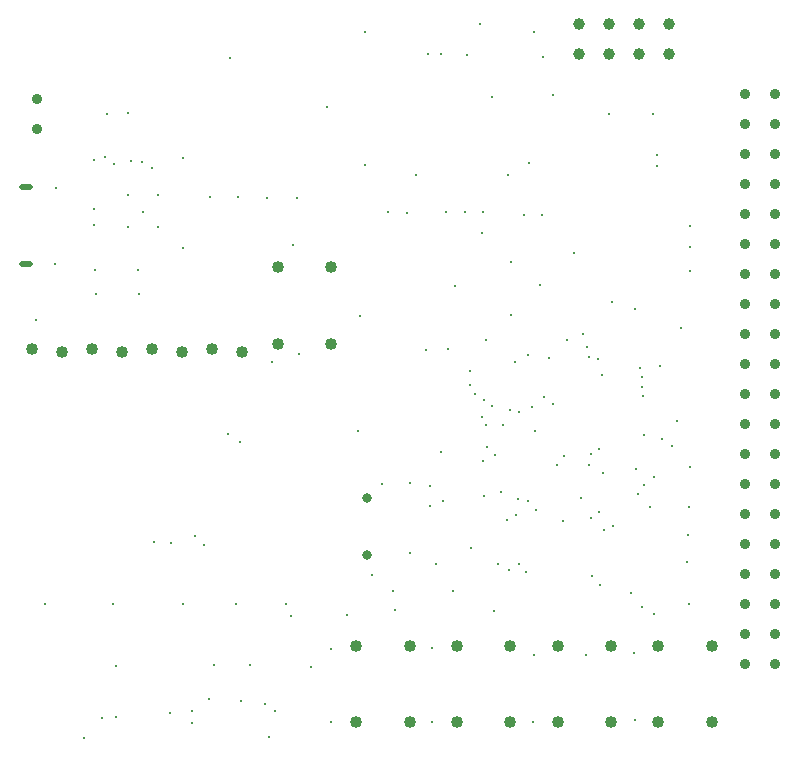
<source format=gbr>
%TF.GenerationSoftware,Novarm,DipTrace,3.2.0.1*%
%TF.CreationDate,2018-06-28T18:28:41-08:00*%
%FSLAX26Y26*%
%MOIN*%
%TF.FileFunction,Plated,1,4,PTH,Drill*%
%TF.Part,Single*%
%TA.AperFunction,ViaDrill*%
%ADD67C,0.011*%
%TA.AperFunction,ComponentDrill*%
%ADD69C,0.035433*%
%ADD70C,0.019685*%
%ADD71C,0.04*%
%ADD72C,0.03937*%
%ADD73C,0.032*%
G75*
G01*
D69*
X484316Y2471870D3*
Y2571870D3*
X462778Y2279873D2*
D70*
X435219D1*
X462778Y2020030D2*
X435219D1*
D71*
X468701Y1737450D3*
X568701Y1727450D3*
X668701Y1737450D3*
X768701Y1727450D3*
X868701Y1737450D3*
X968701Y1727450D3*
X1068701Y1737450D3*
X1168701Y1727450D3*
D69*
X2843701Y687450D3*
Y787450D3*
Y887450D3*
Y987450D3*
Y1087450D3*
Y1187450D3*
Y1287450D3*
Y1387450D3*
Y1487450D3*
Y1587450D3*
Y1687450D3*
Y1787450D3*
Y1887450D3*
Y1987450D3*
Y2087450D3*
Y2187450D3*
Y2287450D3*
Y2387450D3*
Y2487450D3*
Y2587450D3*
X2943701Y687450D3*
Y787450D3*
Y887450D3*
Y987450D3*
Y1087450D3*
Y1187450D3*
Y1287450D3*
Y1387450D3*
Y1487450D3*
Y1587450D3*
Y1687450D3*
Y1787450D3*
Y1887450D3*
Y1987450D3*
Y2087450D3*
Y2187450D3*
Y2287450D3*
Y2387450D3*
Y2487450D3*
Y2587450D3*
D71*
X1287450Y1756201D3*
Y2012201D3*
X1465450Y1756201D3*
Y2012201D3*
X1549950Y493701D3*
Y749701D3*
X1727950Y493701D3*
Y749701D3*
X1885368Y493701D3*
Y749701D3*
X2063368Y493701D3*
Y749701D3*
X2220784Y493701D3*
Y749701D3*
X2398784Y493701D3*
Y749701D3*
X2556201Y493701D3*
Y749701D3*
X2734201Y493701D3*
Y749701D3*
D72*
X2590576Y2721822D3*
Y2821822D3*
X2490576Y2721822D3*
Y2821822D3*
X2390576Y2721822D3*
Y2821822D3*
X2290576Y2721822D3*
Y2821822D3*
D73*
X1584326Y1049954D3*
Y1239954D3*
D67*
X1277983Y531449D3*
X1399845Y678309D3*
X970858Y2375912D3*
X971765Y2075037D3*
X712452Y2378164D3*
X674921Y2149952D3*
Y2206273D3*
X740540Y2356257D3*
X1562452Y1846936D3*
X548502Y2275936D3*
X837404Y2193774D3*
X1252987Y2240645D3*
X1352978D3*
X787550Y2524949D3*
X681171Y1921928D3*
X481192Y1834437D3*
X824906Y1921928D3*
X1983196Y1768832D3*
X2252881Y1768819D3*
X2065576Y1853076D3*
X1877166Y1947736D3*
X1578181Y2350046D3*
X1747473Y2318550D3*
X2053772D3*
X2125032Y2357133D3*
X2140780Y2796109D3*
X2206011Y2584358D3*
X1578181Y2793941D3*
X1961646Y2820899D3*
X1128742Y2709324D3*
X2477857Y500202D3*
X1464774Y494642D3*
X1802310Y495537D3*
X2139845D3*
X512450Y887450D3*
X1257591Y445436D3*
X1196826Y684326D3*
X1074879D3*
X971826Y887452D3*
X1149950D3*
X1796824Y1214272D3*
X1728075Y1059658D3*
X737452Y887452D3*
X1315576Y887450D3*
X1331299Y846844D3*
X2562223Y1681328D3*
X2023294Y1020170D3*
X2529378Y1210628D3*
X927484Y524360D3*
X640576Y440576D3*
X749696Y680526D3*
X1002314Y492840D3*
X787683Y2250181D3*
X887452Y2249950D3*
X887310Y2143841D3*
X545377Y2020030D3*
X787683Y2143780D3*
X1831050Y1393858D3*
X1728075Y1290883D3*
X1928076Y1665576D3*
X1062451Y2243701D3*
X1156201D3*
X2656201Y1118704D3*
X2509326Y1284326D3*
X2356407Y1706076D3*
X2162265Y1953076D3*
X2662450Y2078076D3*
X2002907Y2578109D3*
X1359225Y1721949D3*
X1162370Y1428230D3*
X1040508Y1084516D3*
X2651257Y1028272D3*
X2487231Y1256420D3*
X2368494Y1650082D3*
X2662452Y1996987D3*
X2274753Y2059414D3*
X1831050Y2721844D3*
X2477582Y1871331D3*
X2502855Y878288D3*
X2543475Y853290D3*
X2324748Y1350316D3*
X2496605Y1675079D3*
X2630966Y1809440D3*
X1984159Y1412607D3*
X2012281Y1384484D3*
X874410Y1096524D3*
X2087450Y1237450D3*
X2052902Y1168882D3*
X931145Y1090765D3*
X2093523Y1022023D3*
X2081023Y1184507D3*
X2121826Y1231201D3*
X2149950Y1199950D3*
X2115395Y993900D3*
X2243507Y1381360D3*
X2121645Y1718824D3*
X1968536Y2125032D3*
X2237450Y1165576D3*
X2299950Y1240576D3*
X2031029Y1262622D3*
X1974952Y1246826D3*
X2503076Y1643701D3*
X2502855Y1612586D3*
X2505979Y1581339D3*
X2618701Y1496826D3*
X2509326Y1453076D3*
X2568701Y1437450D3*
X2603076Y1415576D3*
X2359120Y1403232D3*
X1634196Y1287620D3*
X1556079Y1465726D3*
X2465575Y924952D3*
X1518583Y850166D3*
X868701Y2340576D3*
X799950Y2365576D3*
X1781355Y1735958D3*
X2371618Y1325116D3*
X2481201Y1337450D3*
X2662213Y1343864D3*
X2537226Y2521865D3*
X2190576Y1709326D3*
X2552849Y2384379D3*
X2540575Y1312450D3*
X2659327Y1212450D3*
X2662449Y2146824D3*
X2403076Y1893701D3*
X2324827Y1712327D3*
X1918541Y2718719D3*
X1012205Y1115763D3*
X1121750Y1453227D3*
X1268609Y1693827D3*
X2362450Y953076D3*
X703076Y509326D3*
X1602949Y984526D3*
X1671898Y931201D3*
X1871826D3*
X1246736Y556446D3*
X1002314Y532604D3*
X1970516Y2193701D3*
X1849952D3*
X1912544D3*
X2171639Y2711462D3*
X2334326Y981201D3*
X749950Y512450D3*
X1815427Y1022534D3*
X1165495Y564173D3*
X1057432Y572368D3*
X2002907Y1546967D3*
X1465463Y737677D3*
X2062450Y1534326D3*
X1802928Y740802D3*
X2134285Y1543701D3*
X2143517Y718929D3*
X2174764Y1578214D3*
X2331201Y1174952D3*
X2374743Y1134511D3*
X2474952Y725201D3*
X1981201Y1484326D3*
X1946826Y1587452D3*
X1928076Y1618701D3*
X1974950Y1568700D3*
X1968701Y1512450D3*
X834280Y2362507D3*
X1856057Y1737582D3*
X2330998Y1387609D3*
X2390576Y2521826D3*
X2552849Y2346883D3*
X2306402Y1787651D3*
X1837299Y1231376D3*
X1453076Y2543701D3*
X676013Y2368756D3*
X821781Y2003170D3*
X678046D3*
X718667Y2521865D3*
X2107681Y2184400D3*
X2168511D3*
X2065576Y2027798D3*
X2318499Y1743822D3*
X2059151Y1000150D3*
X1678076Y868701D3*
X2037450Y1484326D3*
X2009326Y865576D3*
X2093523Y1527898D3*
X2146642Y1465726D3*
X1931040Y1074789D3*
X2315576Y718701D3*
X2659328Y887449D3*
X2405990Y1147037D3*
X2359326Y1193701D3*
X2206201Y1556201D3*
X1796824Y1281201D3*
X1971524Y1365600D3*
X1337352Y2084411D3*
X1718692Y2191879D3*
X1656201Y2193701D3*
X1787305Y2721844D3*
X2218701Y1353076D3*
X2077950Y1693827D3*
M02*

</source>
